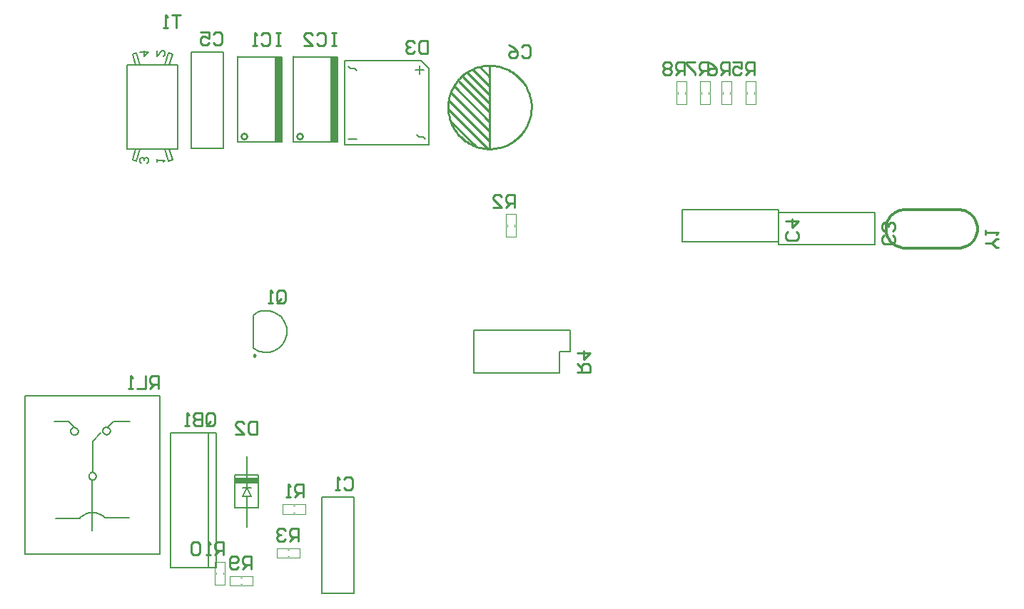
<source format=gbo>
G04 Layer_Color=32896*
%FSLAX44Y44*%
%MOMM*%
G71*
G01*
G75*
%ADD45C,0.2540*%
%ADD46C,0.1778*%
%ADD48C,0.2000*%
%ADD84C,0.2500*%
%ADD85C,0.3048*%
%ADD86C,0.1524*%
%ADD87C,0.1016*%
%ADD88C,0.1500*%
%ADD89R,0.9144X10.1346*%
%ADD90R,2.7940X0.6350*%
D45*
X547966Y618765D02*
X546291Y616855D01*
X544717Y614861D01*
X543247Y612788D01*
X541886Y610643D01*
X540637Y608431D01*
X539503Y606157D01*
X538488Y603828D01*
X537593Y601450D01*
X536822Y599029D01*
X536177Y596572D01*
X535658Y594085D01*
X535269Y591574D01*
X535008Y589047D01*
X534878Y586510D01*
X534879Y583969D01*
X535010Y581432D01*
X535271Y578904D01*
X535662Y576394D01*
X536181Y573907D01*
X536828Y571450D01*
X537600Y569030D01*
X538495Y566652D01*
X539512Y564323D01*
X540647Y562050D01*
X541897Y559838D01*
X543259Y557694D01*
X544729Y555622D01*
X546305Y553628D01*
X547980Y551718D01*
X549752Y549897D01*
X551614Y548170D01*
X553563Y546540D01*
X555594Y545012D01*
X557700Y543591D01*
X559876Y542280D01*
X562117Y541083D01*
X564416Y540003D01*
X566768Y539042D01*
X569166Y538203D01*
X571605Y537488D01*
X574076Y536900D01*
X576575Y536440D01*
X579094Y536109D01*
X581627Y535907D01*
X584166Y535836D01*
X586706Y535896D01*
X589240Y536086D01*
X591760Y536406D01*
X594261Y536856D01*
X596735Y537433D01*
X599176Y538136D01*
X601578Y538965D01*
X603934Y539915D01*
X606238Y540985D01*
X608484Y542173D01*
X610667Y543474D01*
X612779Y544886D01*
X614816Y546404D01*
X616772Y548025D01*
X618643Y549745D01*
X620422Y551558D01*
X622106Y553461D01*
X623690Y555447D01*
X625170Y557512D01*
X626541Y559651D01*
X627801Y561857D01*
X628946Y564125D01*
X629973Y566449D01*
X630878Y568823D01*
X631661Y571240D01*
X632319Y573694D01*
X632849Y576179D01*
X633251Y578687D01*
X633524Y581213D01*
X633666Y583750D01*
X633678Y586291D01*
X633559Y588829D01*
X633310Y591357D01*
X632931Y593869D01*
X632424Y596359D01*
X631789Y598819D01*
X631029Y601243D01*
X630145Y603625D01*
X629140Y605958D01*
X628016Y608237D01*
X626777Y610455D01*
X625425Y612606D01*
X623965Y614685D01*
X622399Y616686D01*
X620733Y618604D01*
X618970Y620434D01*
X617116Y622171D01*
X615175Y623810D01*
X613152Y625347D01*
X611053Y626778D01*
X608883Y628100D01*
X606648Y629308D01*
X604354Y630400D01*
X602007Y631372D01*
X599613Y632223D01*
X597178Y632949D01*
X594709Y633549D01*
X592213Y634021D01*
X589696Y634365D01*
X587164Y634579D01*
X584625Y634662D01*
X582085Y634614D01*
X579550Y634436D01*
X577028Y634129D01*
X574525Y633691D01*
X572048Y633126D01*
X569604Y632435D01*
X567198Y631618D01*
X564837Y630679D01*
X562528Y629620D01*
X560276Y628443D01*
X558088Y627153D01*
X555968Y625751D01*
X553924Y624243D01*
X551960Y622631D01*
X550081Y620921D01*
X548293Y619116D01*
X361942Y550664D02*
X360978Y552994D01*
X358648Y553959D01*
X356318Y552994D01*
X355354Y550664D01*
X356318Y548335D01*
X358648Y547370D01*
X360978Y548335D01*
X361942Y550664D01*
X295903D02*
X294938Y552994D01*
X292608Y553959D01*
X290278Y552994D01*
X289314Y550664D01*
X290278Y548335D01*
X292608Y547370D01*
X294938Y548335D01*
X295903Y550664D01*
X538480Y567690D02*
X567690Y538480D01*
X535940Y581660D02*
X581660Y535940D01*
X584200D01*
X535940Y593090D02*
X584200Y544830D01*
X538480Y601980D02*
X584200Y556260D01*
Y552450D02*
Y556260D01*
X542290Y609600D02*
X584200Y567690D01*
Y566420D02*
Y567690D01*
X547370Y615950D02*
X584200Y579120D01*
Y574040D02*
Y579120D01*
X552450Y621030D02*
X584200Y589280D01*
Y588010D02*
Y589280D01*
X557530Y626110D02*
X584200Y599440D01*
X563880Y629920D02*
X584200Y609600D01*
Y604520D02*
Y609600D01*
X572770Y632460D02*
X584200Y621030D01*
Y614680D02*
Y621030D01*
Y535940D02*
Y633730D01*
X217551Y694304D02*
X207394D01*
X212473D01*
Y679069D01*
X202316D02*
X197238D01*
X199777D01*
Y694304D01*
X202316Y691765D01*
X1187826Y418973D02*
X1185287D01*
X1180209Y424051D01*
X1185287Y429130D01*
X1187826D01*
X1180209Y424051D02*
X1172591D01*
Y434208D02*
Y439286D01*
Y436747D01*
X1187826D01*
X1185287Y434208D01*
X191389Y251079D02*
Y266314D01*
X183771D01*
X181232Y263775D01*
Y258696D01*
X183771Y256157D01*
X191389D01*
X186311D02*
X181232Y251079D01*
X176154Y266314D02*
Y251079D01*
X165997D01*
X160919D02*
X155841D01*
X158380D01*
Y266314D01*
X160919Y263775D01*
X267970Y53594D02*
Y68829D01*
X260352D01*
X257813Y66290D01*
Y61212D01*
X260352Y58672D01*
X267970D01*
X262892D02*
X257813Y53594D01*
X252735D02*
X247656D01*
X250196D01*
Y68829D01*
X252735Y66290D01*
X240039D02*
X237500Y68829D01*
X232421D01*
X229882Y66290D01*
Y56133D01*
X232421Y53594D01*
X237500D01*
X240039Y56133D01*
Y66290D01*
X300990Y36703D02*
Y51938D01*
X293372D01*
X290833Y49399D01*
Y44321D01*
X293372Y41781D01*
X300990D01*
X295912D02*
X290833Y36703D01*
X285755Y39242D02*
X283216Y36703D01*
X278137D01*
X275598Y39242D01*
Y49399D01*
X278137Y51938D01*
X283216D01*
X285755Y49399D01*
Y46860D01*
X283216Y44321D01*
X275598D01*
X815340Y623824D02*
Y639059D01*
X807722D01*
X805183Y636520D01*
Y631441D01*
X807722Y628902D01*
X815340D01*
X810262D02*
X805183Y623824D01*
X800105Y636520D02*
X797566Y639059D01*
X792487D01*
X789948Y636520D01*
Y633981D01*
X792487Y631441D01*
X789948Y628902D01*
Y626363D01*
X792487Y623824D01*
X797566D01*
X800105Y626363D01*
Y628902D01*
X797566Y631441D01*
X800105Y633981D01*
Y636520D01*
X797566Y631441D02*
X792487D01*
X843280Y623824D02*
Y639059D01*
X835663D01*
X833123Y636520D01*
Y631441D01*
X835663Y628902D01*
X843280D01*
X838202D02*
X833123Y623824D01*
X828045Y639059D02*
X817888D01*
Y636520D01*
X828045Y626363D01*
Y623824D01*
X868680D02*
Y639059D01*
X861062D01*
X858523Y636520D01*
Y631441D01*
X861062Y628902D01*
X868680D01*
X863602D02*
X858523Y623824D01*
X843288Y639059D02*
X848367Y636520D01*
X853445Y631441D01*
Y626363D01*
X850906Y623824D01*
X845827D01*
X843288Y626363D01*
Y628902D01*
X845827Y631441D01*
X853445D01*
X897890Y623824D02*
Y639059D01*
X890273D01*
X887733Y636520D01*
Y631441D01*
X890273Y628902D01*
X897890D01*
X892812D02*
X887733Y623824D01*
X872498Y639059D02*
X882655D01*
Y631441D01*
X877577Y633981D01*
X875037D01*
X872498Y631441D01*
Y626363D01*
X875037Y623824D01*
X880116D01*
X882655Y626363D01*
X687959Y270891D02*
X703194D01*
Y278508D01*
X700655Y281048D01*
X695576D01*
X693037Y278508D01*
Y270891D01*
Y275969D02*
X687959Y281048D01*
Y293744D02*
X703194D01*
X695576Y286126D01*
Y296283D01*
X356852Y69850D02*
Y85085D01*
X349234D01*
X346695Y82546D01*
Y77467D01*
X349234Y74928D01*
X356852D01*
X351773D02*
X346695Y69850D01*
X341617Y82546D02*
X339077Y85085D01*
X333999D01*
X331460Y82546D01*
Y80007D01*
X333999Y77467D01*
X336538D01*
X333999D01*
X331460Y74928D01*
Y72389D01*
X333999Y69850D01*
X339077D01*
X341617Y72389D01*
X613410Y466344D02*
Y481579D01*
X605793D01*
X603253Y479040D01*
Y473961D01*
X605793Y471422D01*
X613410D01*
X608332D02*
X603253Y466344D01*
X588018D02*
X598175D01*
X588018Y476501D01*
Y479040D01*
X590557Y481579D01*
X595636D01*
X598175Y479040D01*
X363202Y121920D02*
Y137155D01*
X355584D01*
X353045Y134616D01*
Y129537D01*
X355584Y126998D01*
X363202D01*
X358123D02*
X353045Y121920D01*
X347967D02*
X342888D01*
X345428D01*
Y137155D01*
X347967Y134616D01*
X248034Y209168D02*
Y219325D01*
X250574Y221864D01*
X255652D01*
X258191Y219325D01*
Y209168D01*
X255652Y206629D01*
X250574D01*
X253113Y211707D02*
X248034Y206629D01*
X250574D02*
X248034Y209168D01*
X242956Y221864D02*
Y206629D01*
X235338D01*
X232799Y209168D01*
Y211707D01*
X235338Y214247D01*
X242956D01*
X235338D01*
X232799Y216786D01*
Y219325D01*
X235338Y221864D01*
X242956D01*
X227721Y206629D02*
X222642D01*
X225182D01*
Y221864D01*
X227721Y219325D01*
X331983Y354769D02*
Y364926D01*
X334522Y367465D01*
X339601D01*
X342140Y364926D01*
Y354769D01*
X339601Y352230D01*
X334522D01*
X337062Y357309D02*
X331983Y352230D01*
X334522D02*
X331983Y354769D01*
X326905Y352230D02*
X321827D01*
X324366D01*
Y367465D01*
X326905Y364926D01*
X402236Y673810D02*
X397158D01*
X399697D01*
Y658575D01*
X402236D01*
X397158D01*
X379383Y671271D02*
X381923Y673810D01*
X387001D01*
X389540Y671271D01*
Y661114D01*
X387001Y658575D01*
X381923D01*
X379383Y661114D01*
X364148Y658575D02*
X374305D01*
X364148Y668732D01*
Y671271D01*
X366688Y673810D01*
X371766D01*
X374305Y671271D01*
X336196Y673810D02*
X331118D01*
X333657D01*
Y658575D01*
X336196D01*
X331118D01*
X313343Y671271D02*
X315883Y673810D01*
X320961D01*
X323500Y671271D01*
Y661114D01*
X320961Y658575D01*
X315883D01*
X313343Y661114D01*
X308265Y658575D02*
X303187D01*
X305726D01*
Y673810D01*
X308265Y671271D01*
X510730Y664495D02*
Y649260D01*
X503112D01*
X500573Y651799D01*
Y661956D01*
X503112Y664495D01*
X510730D01*
X495495Y661956D02*
X492956Y664495D01*
X487877D01*
X485338Y661956D01*
Y659417D01*
X487877Y656878D01*
X490417D01*
X487877D01*
X485338Y654338D01*
Y651799D01*
X487877Y649260D01*
X492956D01*
X495495Y651799D01*
X307975Y211704D02*
Y196469D01*
X300357D01*
X297818Y199008D01*
Y209165D01*
X300357Y211704D01*
X307975D01*
X282583Y196469D02*
X292740D01*
X282583Y206626D01*
Y209165D01*
X285122Y211704D01*
X290201D01*
X292740Y209165D01*
X622231Y656339D02*
X624771Y658878D01*
X629849D01*
X632388Y656339D01*
Y646182D01*
X629849Y643643D01*
X624771D01*
X622231Y646182D01*
X606996Y658878D02*
X612075Y656339D01*
X617153Y651261D01*
Y646182D01*
X614614Y643643D01*
X609535D01*
X606996Y646182D01*
Y648721D01*
X609535Y651261D01*
X617153D01*
X256155Y671556D02*
X258694Y674095D01*
X263773D01*
X266312Y671556D01*
Y661399D01*
X263773Y658860D01*
X258694D01*
X256155Y661399D01*
X240920Y674095D02*
X251077D01*
Y666478D01*
X245999Y669017D01*
X243459D01*
X240920Y666478D01*
Y661399D01*
X243459Y658860D01*
X248538D01*
X251077Y661399D01*
X948416Y437115D02*
X950955Y434576D01*
Y429497D01*
X948416Y426958D01*
X938259D01*
X935720Y429497D01*
Y434576D01*
X938259Y437115D01*
X935720Y449811D02*
X950955D01*
X943337Y442193D01*
Y452350D01*
X1062716Y433273D02*
X1065255Y430733D01*
Y425655D01*
X1062716Y423116D01*
X1052559D01*
X1050020Y425655D01*
Y430733D01*
X1052559Y433273D01*
X1062716Y438351D02*
X1065255Y440890D01*
Y445969D01*
X1062716Y448508D01*
X1060177D01*
X1057637Y445969D01*
Y443429D01*
Y445969D01*
X1055098Y448508D01*
X1052559D01*
X1050020Y445969D01*
Y440890D01*
X1052559Y438351D01*
X411245Y143236D02*
X413784Y145775D01*
X418863D01*
X421402Y143236D01*
Y133079D01*
X418863Y130540D01*
X413784D01*
X411245Y133079D01*
X406167Y130540D02*
X401089D01*
X403628D01*
Y145775D01*
X406167Y143236D01*
D46*
X127508Y97790D02*
X125610Y99442D01*
X123528Y100853D01*
X121290Y102003D01*
X118930Y102875D01*
X116482Y103456D01*
X113982Y103738D01*
X111466Y103716D01*
X108971Y103392D01*
X106533Y102768D01*
X104189Y101856D01*
X101971Y100668D01*
X99913Y99221D01*
X98044Y97536D01*
X117552Y147116D02*
X116834Y149561D01*
X114909Y151229D01*
X112386Y151592D01*
X110069Y150533D01*
X108691Y148390D01*
Y145842D01*
X110069Y143698D01*
X112386Y142639D01*
X114909Y143002D01*
X116834Y144671D01*
X117552Y147116D01*
X134316Y200710D02*
X133598Y203155D01*
X131673Y204823D01*
X129150Y205186D01*
X126833Y204127D01*
X125455Y201984D01*
Y199436D01*
X126833Y197292D01*
X129150Y196233D01*
X131673Y196596D01*
X133598Y198265D01*
X134316Y200710D01*
X95962Y200456D02*
X95244Y202901D01*
X93319Y204569D01*
X90796Y204932D01*
X88478Y203873D01*
X87101Y201730D01*
Y199182D01*
X88478Y197038D01*
X90796Y195979D01*
X93319Y196342D01*
X95244Y198011D01*
X95962Y200456D01*
X351536Y549656D02*
Y645160D01*
X351790Y644906D01*
X403860D01*
Y543560D02*
Y644906D01*
X351790Y543560D02*
X403860D01*
X351536Y543814D02*
X351790Y543560D01*
X351536Y543814D02*
Y549656D01*
X394462Y644906D02*
X398018Y644652D01*
X285496Y549656D02*
Y645160D01*
X285750Y644906D01*
X337820D01*
Y543560D02*
Y644906D01*
X285750Y543560D02*
X337820D01*
X285496Y543814D02*
X285750Y543560D01*
X285496Y543814D02*
Y549656D01*
X328422Y644906D02*
X331978Y644652D01*
X205740Y38100D02*
Y198120D01*
X259842D01*
Y38100D02*
Y198120D01*
X250190Y38100D02*
Y197866D01*
X205740Y38100D02*
X259842D01*
X127762Y97536D02*
X156718D01*
X69088Y97282D02*
X97790D01*
X113030Y188468D02*
X122936Y198374D01*
X113030Y152146D02*
Y188468D01*
X84582Y211836D02*
X91440Y204978D01*
X67818Y211836D02*
X84582D01*
X131318Y205232D02*
X137922Y211836D01*
X157226D01*
X193040Y54610D02*
Y242570D01*
X33020Y54610D02*
Y242570D01*
Y54610D02*
X193040D01*
X33020Y242570D02*
X193040D01*
X112776Y82804D02*
Y141986D01*
D48*
X303770Y298970D02*
X305890Y297530D01*
X308147Y296316D01*
X310517Y295341D01*
X312975Y294615D01*
X315494Y294147D01*
X318049Y293940D01*
X320611Y293998D01*
X323153Y294320D01*
X325649Y294901D01*
X328072Y295737D01*
X330395Y296818D01*
X332595Y298133D01*
X334648Y299667D01*
X336532Y301405D01*
X338226Y303327D01*
X339714Y305414D01*
X340979Y307643D01*
X342007Y309990D01*
X342788Y312431D01*
X343313Y314940D01*
X343577Y317489D01*
Y320051D01*
X343313Y322601D01*
X342788Y325109D01*
X342007Y327550D01*
X340979Y329897D01*
X339714Y332126D01*
X338226Y334213D01*
X336532Y336135D01*
X334648Y337873D01*
X332595Y339407D01*
X330395Y340722D01*
X328072Y341803D01*
X325649Y342639D01*
X323153Y343220D01*
X320611Y343542D01*
X318049Y343600D01*
X315494Y343393D01*
X312975Y342925D01*
X310517Y342199D01*
X308147Y341224D01*
X305890Y340010D01*
X303770Y338570D01*
X412280Y540550D02*
Y640550D01*
X512280Y540550D02*
Y631190D01*
X412280Y640550D02*
X502920D01*
X412280Y540550D02*
X512280D01*
X502920Y640550D02*
X512280Y631190D01*
X214150Y535470D02*
Y635470D01*
X154150D02*
X214150D01*
X154150Y535470D02*
Y635470D01*
Y535470D02*
X214150D01*
X204150D02*
X207900Y522720D01*
X203400Y521470D02*
X207900Y522720D01*
X199150Y535470D02*
X203400Y521470D01*
X160400Y522720D02*
X164150Y535470D01*
X160400Y522720D02*
X164900Y521470D01*
X169150Y535470D01*
X160400Y648220D02*
X164150Y635470D01*
X160400Y648220D02*
X164900Y649470D01*
X169150Y635470D01*
X204150D02*
X207900Y648220D01*
X203400Y649470D02*
X207900Y648220D01*
X199150Y635470D02*
X203400Y649470D01*
X303770Y298970D02*
Y338570D01*
X384810Y121920D02*
X422910D01*
X384810Y7620D02*
Y121920D01*
Y7620D02*
X422910D01*
Y121920D01*
X1041400Y421640D02*
Y459740D01*
X927100D02*
X1041400D01*
X927100Y421640D02*
Y459740D01*
Y421640D02*
X1041400D01*
X927100Y425450D02*
Y463550D01*
X812800D02*
X927100D01*
X812800Y425450D02*
Y463550D01*
Y425450D02*
X927100D01*
X229870Y650240D02*
X267970D01*
X229870Y535940D02*
Y650240D01*
Y535940D02*
X267970D01*
Y650240D01*
X565150Y269240D02*
Y320040D01*
X679450D01*
Y294640D02*
Y320040D01*
X666750Y294640D02*
X679450D01*
X666750Y269240D02*
Y294640D01*
X565150Y269240D02*
X666750D01*
X189150Y520470D02*
Y523802D01*
Y522136D01*
X199147D01*
X197481Y520470D01*
X189150Y652134D02*
Y645470D01*
X195814Y652134D01*
X197481D01*
X199147Y650468D01*
Y647136D01*
X197481Y645470D01*
X177481Y518720D02*
X179147Y520386D01*
Y523718D01*
X177481Y525384D01*
X175814D01*
X174148Y523718D01*
Y522052D01*
Y523718D01*
X172482Y525384D01*
X170816D01*
X169150Y523718D01*
Y520386D01*
X170816Y518720D01*
X169150Y650468D02*
X179147D01*
X174148Y645470D01*
Y652134D01*
D84*
X306520Y290470D02*
X304645Y291553D01*
Y289387D01*
X306520Y290470D01*
D85*
X1077214Y463550D02*
X1074654Y463406D01*
X1072127Y462977D01*
X1069664Y462267D01*
X1067295Y461286D01*
X1065052Y460046D01*
X1062961Y458563D01*
X1061049Y456855D01*
X1059341Y454943D01*
X1057858Y452852D01*
X1056618Y450609D01*
X1055637Y448240D01*
X1054927Y445777D01*
X1054498Y443250D01*
X1054354Y440690D01*
X1054498Y438130D01*
X1054927Y435603D01*
X1055637Y433140D01*
X1056618Y430771D01*
X1057858Y428528D01*
X1059341Y426437D01*
X1061049Y424525D01*
X1062961Y422817D01*
X1065052Y421334D01*
X1067295Y420094D01*
X1069664Y419113D01*
X1072127Y418403D01*
X1074654Y417974D01*
X1077214Y417830D01*
X1140206D02*
X1142766Y417974D01*
X1145293Y418403D01*
X1147756Y419113D01*
X1150125Y420094D01*
X1152368Y421334D01*
X1154459Y422817D01*
X1156370Y424525D01*
X1158079Y426437D01*
X1159562Y428528D01*
X1160802Y430771D01*
X1161783Y433140D01*
X1162493Y435603D01*
X1162922Y438130D01*
X1163066Y440690D01*
X1162922Y443249D01*
X1162493Y445777D01*
X1161783Y448240D01*
X1160802Y450608D01*
X1159562Y452852D01*
X1158079Y454943D01*
X1156370Y456854D01*
X1154459Y458563D01*
X1152368Y460046D01*
X1150125Y461286D01*
X1147756Y462267D01*
X1145293Y462977D01*
X1142766Y463406D01*
X1140206Y463550D01*
X1077214D02*
X1140206D01*
X1077214Y417830D02*
X1140206D01*
D86*
X281940Y148590D02*
X295910D01*
X281940Y109220D02*
Y148590D01*
Y109220D02*
X295910D01*
X309880D02*
Y148590D01*
X295910Y109220D02*
X309880D01*
X295910Y133350D02*
Y148590D01*
Y109220D02*
Y123190D01*
X290830D02*
X295910Y133350D01*
X290830Y123190D02*
X300990D01*
X295910Y133350D02*
X300990Y123190D01*
X290830Y133350D02*
X300990D01*
X295910Y148590D02*
Y162560D01*
Y92710D02*
Y109220D01*
Y86360D02*
Y93980D01*
Y86360D02*
Y93980D01*
Y162560D02*
Y170180D01*
Y162560D02*
Y170180D01*
X306070Y148590D02*
X309880D01*
X295910D02*
X306070D01*
D87*
X350774Y103886D02*
X352806D01*
X350774Y112014D02*
X352806D01*
X338074Y113792D02*
X365252D01*
X338074Y102108D02*
Y113792D01*
Y102108D02*
X365252D01*
Y113792D01*
X605536Y443484D02*
Y445516D01*
X613664Y443484D02*
Y445516D01*
X615442Y431038D02*
Y458216D01*
X603758D02*
X615442D01*
X603758Y431038D02*
Y458216D01*
Y431038D02*
X615442D01*
X344424Y51816D02*
X346456D01*
X344424Y59944D02*
X346456D01*
X331724Y61722D02*
X358902D01*
X331724Y50038D02*
Y61722D01*
Y50038D02*
X358902D01*
Y61722D01*
X890016Y600964D02*
Y602996D01*
X898144Y600964D02*
Y602996D01*
X899922Y588518D02*
Y615696D01*
X888238D02*
X899922D01*
X888238Y588518D02*
Y615696D01*
Y588518D02*
X899922D01*
X860806Y600964D02*
Y602996D01*
X868934Y600964D02*
Y602996D01*
X870712Y588518D02*
Y615696D01*
X859028D02*
X870712D01*
X859028Y588518D02*
Y615696D01*
Y588518D02*
X870712D01*
X835406Y600964D02*
Y602996D01*
X843534Y600964D02*
Y602996D01*
X845312Y588518D02*
Y615696D01*
X833628D02*
X845312D01*
X833628Y588518D02*
Y615696D01*
Y588518D02*
X845312D01*
X807466Y600964D02*
Y602996D01*
X815594Y600964D02*
Y602996D01*
X817372Y588518D02*
Y615696D01*
X805688D02*
X817372D01*
X805688Y588518D02*
Y615696D01*
Y588518D02*
X817372D01*
X288544Y18796D02*
X290576D01*
X288544Y26924D02*
X290576D01*
X275844Y28702D02*
X303022D01*
X275844Y17018D02*
Y28702D01*
Y17018D02*
X303022D01*
Y28702D01*
X260096Y30734D02*
Y32766D01*
X268224Y30734D02*
Y32766D01*
X270002Y18288D02*
Y45466D01*
X258318D02*
X270002D01*
X258318Y18288D02*
Y45466D01*
Y18288D02*
X270002D01*
D88*
X506380Y629688D02*
X496383D01*
X501382Y634686D02*
Y624689D01*
X426720Y547248D02*
X416723D01*
X508000Y547166D02*
X505501Y549665D01*
X500502D01*
X498003Y552164D01*
X426720Y628446D02*
X424221Y630945D01*
X419222D01*
X416723Y633444D01*
D89*
X399288Y594487D02*
D03*
X333248D02*
D03*
D90*
X295910Y141609D02*
D03*
M02*

</source>
